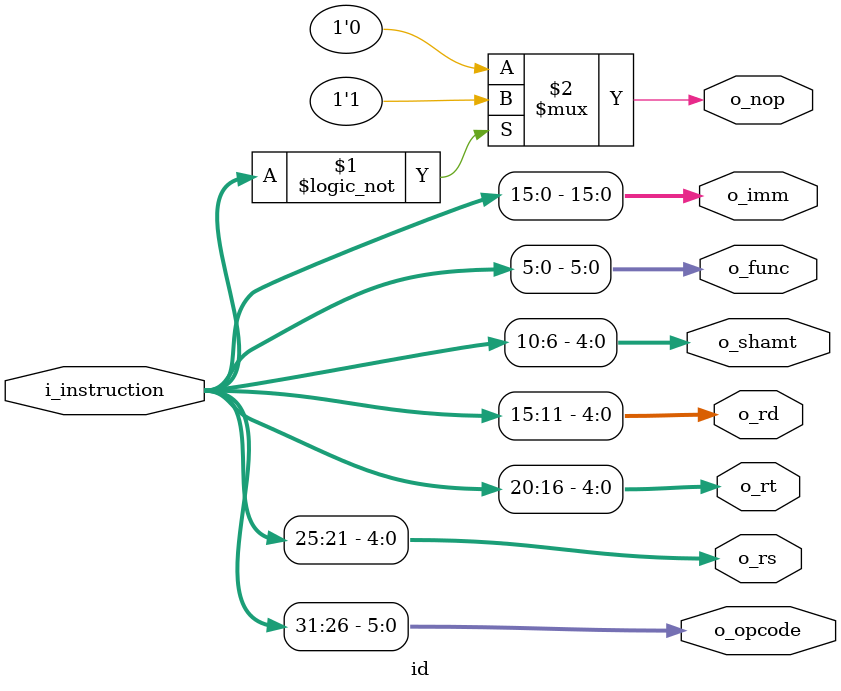
<source format=v>









module id (
    i_instruction,
    o_opcode,
    o_rs,
    o_rt,
    o_rd,
    o_shamt,
    o_func,
    o_imm,
    o_nop
);


input [31:0] i_instruction;
output [5:0] o_opcode;

output [4:0] o_rs;

output [4:0] o_rt;

output [4:0] o_rd;

output [4:0] o_shamt;

output [5:0] o_func;

output [15:0] o_imm;

output [0:0] o_nop;






assign    o_opcode = i_instruction[32-1:26];
assign    o_rs = i_instruction[26-1:21];
assign    o_rt = i_instruction[21-1:16];
assign    o_rd = i_instruction[16-1:11];
assign    o_shamt = i_instruction[11-1:6];
assign    o_func = i_instruction[6-1:0];
assign    o_imm = i_instruction[16-1:0];
assign    o_nop = (i_instruction==0) ? 1'b1 : 1'b0;


endmodule

</source>
